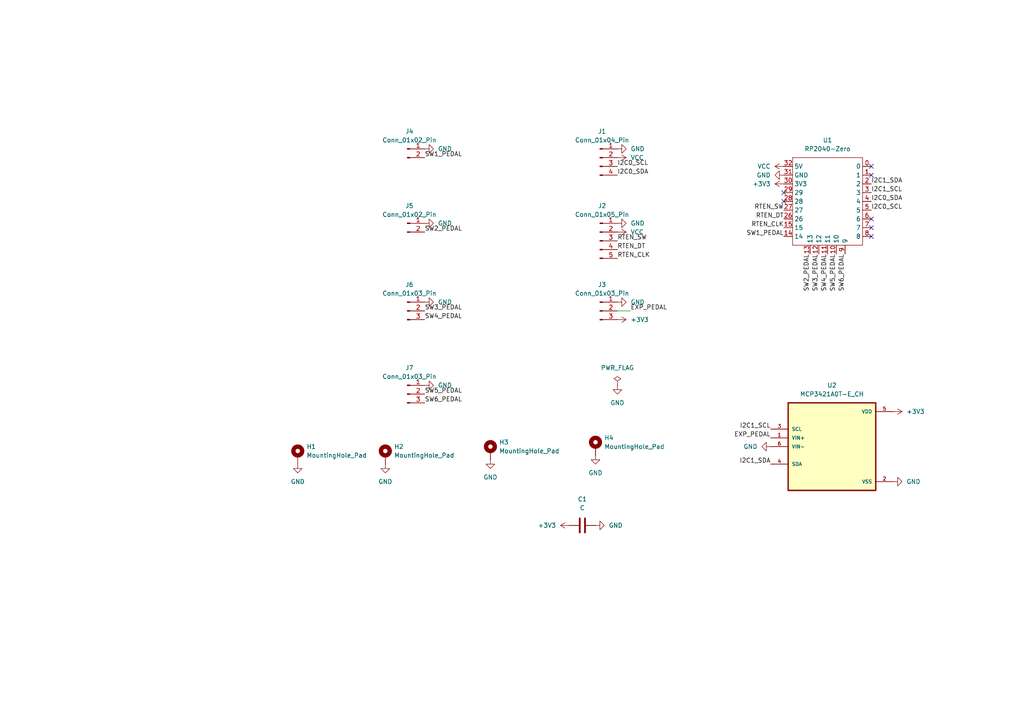
<source format=kicad_sch>
(kicad_sch (version 20231120) (generator "eeschema") (generator_version "8.0")
  (paper "A4")
  (lib_symbols
    (symbol "Connector:Conn_01x02_Pin" (pin_names (offset 1.016) hide)
      (property "Reference" "J" (at 0 2.54 0))
      (property "Value" "Conn_01x02_Pin" (at 0 -5.08 0))
      (symbol "Conn_01x02_Pin_1_1"
        (polyline (pts (xy 1.27 -2.54) (xy 0.8636 -2.54)) (stroke (width 0.1524)))
        (polyline (pts (xy 1.27 0) (xy 0.8636 0)) (stroke (width 0.1524)))
        (rectangle (start 0.8636 -2.413) (end 0 -2.667) (stroke (width 0.1524)) (fill (type outline)))
        (rectangle (start 0.8636 0.127) (end 0 -0.127) (stroke (width 0.1524)) (fill (type outline)))
        (pin passive line (at 5.08 0 180) (length 3.81) (name "Pin_1") (number "1"))
        (pin passive line (at 5.08 -2.54 180) (length 3.81) (name "Pin_2") (number "2"))
      )
    )
    (symbol "Connector:Conn_01x03_Pin" (pin_names (offset 1.016) hide)
      (property "Reference" "J" (at 0 5.08 0))
      (property "Value" "Conn_01x03_Pin" (at 0 -5.08 0))
      (symbol "Conn_01x03_Pin_1_1"
        (polyline (pts (xy 1.27 -2.54) (xy 0.8636 -2.54)) (stroke (width 0.1524)))
        (polyline (pts (xy 1.27 0) (xy 0.8636 0)) (stroke (width 0.1524)))
        (polyline (pts (xy 1.27 2.54) (xy 0.8636 2.54)) (stroke (width 0.1524)))
        (rectangle (start 0.8636 -2.413) (end 0 -2.667) (stroke (width 0.1524)) (fill (type outline)))
        (rectangle (start 0.8636 0.127) (end 0 -0.127) (stroke (width 0.1524)) (fill (type outline)))
        (rectangle (start 0.8636 2.667) (end 0 2.413) (stroke (width 0.1524)) (fill (type outline)))
        (pin passive line (at 5.08 2.54 180) (length 3.81) (name "Pin_1") (number "1"))
        (pin passive line (at 5.08 0 180) (length 3.81) (name "Pin_2") (number "2"))
        (pin passive line (at 5.08 -2.54 180) (length 3.81) (name "Pin_3") (number "3"))
      )
    )
    (symbol "Connector:Conn_01x04_Pin" (pin_names (offset 1.016) hide)
      (property "Reference" "J" (at 0 5.08 0))
      (property "Value" "Conn_01x04_Pin" (at 0 -7.62 0))
      (symbol "Conn_01x04_Pin_1_1"
        (polyline (pts (xy 1.27 -5.08) (xy 0.8636 -5.08)) (stroke (width 0.1524)))
        (polyline (pts (xy 1.27 -2.54) (xy 0.8636 -2.54)) (stroke (width 0.1524)))
        (polyline (pts (xy 1.27 0) (xy 0.8636 0)) (stroke (width 0.1524)))
        (polyline (pts (xy 1.27 2.54) (xy 0.8636 2.54)) (stroke (width 0.1524)))
        (rectangle (start 0.8636 -4.953) (end 0 -5.207) (stroke (width 0.1524)) (fill (type outline)))
        (rectangle (start 0.8636 -2.413) (end 0 -2.667) (stroke (width 0.1524)) (fill (type outline)))
        (rectangle (start 0.8636 0.127) (end 0 -0.127) (stroke (width 0.1524)) (fill (type outline)))
        (rectangle (start 0.8636 2.667) (end 0 2.413) (stroke (width 0.1524)) (fill (type outline)))
        (pin passive line (at 5.08 2.54 180) (length 3.81) (name "Pin_1") (number "1"))
        (pin passive line (at 5.08 0 180) (length 3.81) (name "Pin_2") (number "2"))
        (pin passive line (at 5.08 -2.54 180) (length 3.81) (name "Pin_3") (number "3"))
        (pin passive line (at 5.08 -5.08 180) (length 3.81) (name "Pin_4") (number "4"))
      )
    )
    (symbol "Connector:Conn_01x05_Pin" (pin_names (offset 1.016) hide)
      (property "Reference" "J" (at 0 7.62 0))
      (property "Value" "Conn_01x05_Pin" (at 0 -7.62 0))
      (symbol "Conn_01x05_Pin_1_1"
        (polyline (pts (xy 1.27 -5.08) (xy 0.8636 -5.08)) (stroke (width 0.1524)))
        (polyline (pts (xy 1.27 -2.54) (xy 0.8636 -2.54)) (stroke (width 0.1524)))
        (polyline (pts (xy 1.27 0) (xy 0.8636 0)) (stroke (width 0.1524)))
        (polyline (pts (xy 1.27 2.54) (xy 0.8636 2.54)) (stroke (width 0.1524)))
        (polyline (pts (xy 1.27 5.08) (xy 0.8636 5.08)) (stroke (width 0.1524)))
        (rectangle (start 0.8636 -4.953) (end 0 -5.207) (stroke (width 0.1524)) (fill (type outline)))
        (rectangle (start 0.8636 -2.413) (end 0 -2.667) (stroke (width 0.1524)) (fill (type outline)))
        (rectangle (start 0.8636 0.127) (end 0 -0.127) (stroke (width 0.1524)) (fill (type outline)))
        (rectangle (start 0.8636 2.667) (end 0 2.413) (stroke (width 0.1524)) (fill (type outline)))
        (rectangle (start 0.8636 5.207) (end 0 4.953) (stroke (width 0.1524)) (fill (type outline)))
        (pin passive line (at 5.08 5.08 180) (length 3.81) (name "Pin_1") (number "1"))
        (pin passive line (at 5.08 2.54 180) (length 3.81) (name "Pin_2") (number "2"))
        (pin passive line (at 5.08 0 180) (length 3.81) (name "Pin_3") (number "3"))
        (pin passive line (at 5.08 -2.54 180) (length 3.81) (name "Pin_4") (number "4"))
        (pin passive line (at 5.08 -5.08 180) (length 3.81) (name "Pin_5") (number "5"))
      )
    )
    (symbol "Device:C" (pin_numbers hide) (pin_names (offset 0.254))
      (property "Reference" "C" (at 0.635 2.54 0))
      (property "Value" "C" (at 0.635 -2.54 0))
      (symbol "C_0_1"
        (polyline (pts (xy -2.032 -0.762) (xy 2.032 -0.762)) (stroke (width 0.508)))
        (polyline (pts (xy -2.032 0.762) (xy 2.032 0.762)) (stroke (width 0.508)))
      )
      (symbol "C_1_1"
        (pin passive line (at 0 3.81 270) (length 2.794) (name "~") (number "1"))
        (pin passive line (at 0 -3.81 90) (length 2.794) (name "~") (number "2"))
      )
    )
    (symbol "MCP3421A0T-E_CH:MCP3421A0T-E_CH" (pin_names (offset 1.016))
      (property "Reference" "U" (at -12.7 13.7 0))
      (property "Value" "MCP3421A0T-E_CH" (at -12.7 -16.7 0))
      (symbol "MCP3421A0T-E_CH_0_0"
        (rectangle (start -12.7 -12.7) (end 12.7 12.7) (stroke (width 0.41)) (fill (type background)))
        (pin input line (at -17.78 2.54 0) (length 5.08) (name "VIN+") (number "1"))
        (pin power_in line (at 17.78 -10.16 180) (length 5.08) (name "VSS") (number "2"))
        (pin input line (at -17.78 5.08 0) (length 5.08) (name "SCL") (number "3"))
        (pin bidirectional line (at -17.78 -5.08 0) (length 5.08) (name "SDA") (number "4"))
        (pin power_in line (at 17.78 10.16 180) (length 5.08) (name "VDD") (number "5"))
        (pin input line (at -17.78 0 0) (length 5.08) (name "VIN-") (number "6"))
      )
    )
    (symbol "Mechanical:MountingHole_Pad" (pin_numbers hide) (pin_names (offset 1.016) hide) (exclude_from_sim yes) (in_bom no)
      (property "Reference" "H" (at 0 6.35 0))
      (property "Value" "MountingHole_Pad" (at 0 4.445 0))
      (symbol "MountingHole_Pad_0_1"
        (circle (center 0 1.27) (radius 1.27) (stroke (width 1.27)))
      )
      (symbol "MountingHole_Pad_1_1"
        (pin input line (at 0 -2.54 90) (length 2.54) (name "1") (number "1"))
      )
    )
    (symbol "isw-mcu:RP2040-Zero"
      (property "Reference" "U" (at 0 17.78 0))
      (property "Value" "RP2040-Zero" (at 0 15.24 0))
      (symbol "RP2040-Zero_0_1"
        (rectangle (start -10.16 12.7) (end 10.16 -12.7))
      )
      (symbol "RP2040-Zero_1_1"
        (pin tri_state line (at 12.7 10.16 180) (length 2.54) (name "0") (number "0"))
        (pin bidirectional line (at 12.7 7.62 180) (length 2.54) (name "1") (number "1"))
        (pin bidirectional line (at 2.54 -15.24 90) (length 2.54) (name "10") (number "10"))
        (pin bidirectional line (at 0 -15.24 90) (length 2.54) (name "11") (number "11"))
        (pin bidirectional line (at -2.54 -15.24 90) (length 2.54) (name "12") (number "12"))
        (pin bidirectional line (at -5.08 -15.24 90) (length 2.54) (name "13") (number "13"))
        (pin bidirectional line (at -12.7 -10.16 0) (length 2.54) (name "14") (number "14"))
        (pin bidirectional line (at -12.7 -7.62 0) (length 2.54) (name "15") (number "15"))
        (pin bidirectional line (at 12.7 5.08 180) (length 2.54) (name "2") (number "2"))
        (pin bidirectional line (at -12.7 -5.08 0) (length 2.54) (name "26") (number "26"))
        (pin bidirectional line (at -12.7 -2.54 0) (length 2.54) (name "27") (number "27"))
        (pin bidirectional line (at -12.7 0 0) (length 2.54) (name "28") (number "28"))
        (pin bidirectional line (at -12.7 2.54 0) (length 2.54) (name "29") (number "29"))
        (pin bidirectional line (at 12.7 2.54 180) (length 2.54) (name "3") (number "3"))
        (pin power_out line (at -12.7 5.08 0) (length 2.54) (name "3V3") (number "30"))
        (pin power_in line (at -12.7 7.62 0) (length 2.54) (name "GND") (number "31"))
        (pin power_out line (at -12.7 10.16 0) (length 2.54) (name "5V") (number "32"))
        (pin bidirectional line (at 12.7 0 180) (length 2.54) (name "4") (number "4"))
        (pin bidirectional line (at 12.7 -2.54 180) (length 2.54) (name "5") (number "5"))
        (pin bidirectional line (at 12.7 -5.08 180) (length 2.54) (name "6") (number "6"))
        (pin bidirectional line (at 12.7 -7.62 180) (length 2.54) (name "7") (number "7"))
        (pin bidirectional line (at 12.7 -10.16 180) (length 2.54) (name "8") (number "8"))
        (pin bidirectional line (at 5.08 -15.24 90) (length 2.54) (name "9") (number "9"))
      )
    )
    (symbol "power:+3V3" (power) (pin_numbers hide) (pin_names (offset 0) hide)
      (property "Value" "+3V3" (at 0 3.556 0))
      (symbol "+3V3_0_1"
        (polyline (pts (xy -0.762 1.27) (xy 0 2.54)))
        (polyline (pts (xy 0 0) (xy 0 2.54)))
        (polyline (pts (xy 0 2.54) (xy 0.762 1.27)))
      )
      (symbol "+3V3_1_1"
        (pin power_in line (at 0 0 90) (length 0) (name "~") (number "1"))
      )
    )
    (symbol "power:GND" (power) (pin_numbers hide) (pin_names (offset 0) hide)
      (property "Value" "GND" (at 0 -3.81 0))
      (symbol "GND_0_1"
        (polyline (pts (xy 0 0) (xy 0 -1.27) (xy 1.27 -1.27) (xy 0 -2.54) (xy -1.27 -1.27) (xy 0 -1.27)))
      )
      (symbol "GND_1_1"
        (pin power_in line (at 0 0 270) (length 0) (name "~") (number "1"))
      )
    )
    (symbol "power:PWR_FLAG" (power) (pin_numbers hide) (pin_names (offset 0) hide)
      (property "Value" "PWR_FLAG" (at 0 3.81 0))
      (symbol "PWR_FLAG_0_0"
        (pin power_out line (at 0 0 90) (length 0) (name "~") (number "1"))
      )
      (symbol "PWR_FLAG_0_1"
        (polyline (pts (xy 0 0) (xy 0 1.27) (xy -1.016 1.905) (xy 0 2.54) (xy 1.016 1.905) (xy 0 1.27)))
      )
    )
    (symbol "power:VCC" (power) (pin_numbers hide) (pin_names (offset 0) hide)
      (property "Value" "VCC" (at 0 3.556 0))
      (symbol "VCC_0_1"
        (polyline (pts (xy -0.762 1.27) (xy 0 2.54)))
        (polyline (pts (xy 0 0) (xy 0 2.54)))
        (polyline (pts (xy 0 2.54) (xy 0.762 1.27)))
      )
      (symbol "VCC_1_1"
        (pin power_in line (at 0 0 90) (length 0) (name "~") (number "1"))
      )
    )
  )
  (no_connect (at 227.33 58.42))
  (no_connect (at 252.73 48.26))
  (no_connect (at 252.73 50.8))
  (no_connect (at 227.33 55.88))
  (no_connect (at 252.73 66.04))
  (no_connect (at 252.73 68.58))
  (no_connect (at 252.73 63.5))
  (wire (pts (xy 179.07 90.17) (xy 182.88 90.17)))
  (label "I2C0_SCL" (at 179.07 48.26 0))
  (label "I2C1_SCL" (at 223.52 124.46 180))
  (label "SW2_PEDAL" (at 123.19 67.31 0))
  (label "RTEN_SW" (at 179.07 69.85 0))
  (label "I2C0_SDA" (at 179.07 50.8 0))
  (label "RTEN_CLK" (at 227.33 66.04 180))
  (label "RTEN_DT" (at 179.07 72.39 0))
  (label "SW3_PEDAL" (at 237.49 73.66 270))
  (label "SW2_PEDAL" (at 234.95 73.66 270))
  (label "SW1_PEDAL" (at 123.19 45.72 0))
  (label "SW6_PEDAL" (at 245.11 73.66 270))
  (label "SW4_PEDAL" (at 123.19 92.71 0))
  (label "RTEN_SW" (at 227.33 60.96 180))
  (label "EXP_PEDAL" (at 182.88 90.17 0))
  (label "SW1_PEDAL" (at 227.33 68.58 180))
  (label "I2C0_SCL" (at 252.73 60.96 0))
  (label "EXP_PEDAL" (at 223.52 127 180))
  (label "I2C1_SDA" (at 252.73 53.34 0))
  (label "I2C1_SDA" (at 223.52 134.62 180))
  (label "SW6_PEDAL" (at 123.19 116.84 0))
  (label "SW3_PEDAL" (at 123.19 90.17 0))
  (label "SW5_PEDAL" (at 242.57 73.66 270))
  (label "RTEN_DT" (at 227.33 63.5 180))
  (label "RTEN_CLK" (at 179.07 74.93 0))
  (label "SW4_PEDAL" (at 240.03 73.66 270))
  (label "I2C1_SCL" (at 252.73 55.88 0))
  (label "I2C0_SDA" (at 252.73 58.42 0))
  (label "SW5_PEDAL" (at 123.19 114.3 0))
  (symbol (lib_id "power:GND") (at 259.08 139.7 90) (unit 1)
    (property "Reference" "#PWR011" (effects (hide yes)))
    (property "Value" "GND" (at 262.89 139.6999 90) (effects (justify right)))
    (property "Description" "Power symbol creates a global label with name \"GND\" , ground" (effects (hide yes)))
  )
  (symbol (lib_id "power:GND") (at 123.19 43.18 90) (unit 1)
    (property "Reference" "#PWR012" (effects (hide yes)))
    (property "Value" "GND" (at 127 43.1799 90) (effects (justify right)))
    (property "Description" "Power symbol creates a global label with name \"GND\" , ground" (effects (hide yes)))
  )
  (symbol (lib_id "Connector:Conn_01x02_Pin") (at 118.11 64.77 0) (unit 1)
    (property "Reference" "J5" (at 118.745 59.69 0))
    (property "Value" "Conn_01x02_Pin" (at 118.745 62.23 0))
    (property "Footprint" "Connector_PinHeader_2.54mm:PinHeader_1x02_P2.54mm_Vertical" (effects (hide yes)))
    (property "Description" "Generic connector, single row, 01x02, script generated" (effects (hide yes)))
  )
  (symbol (lib_id "power:VCC") (at 179.07 45.72 270) (unit 1)
    (property "Reference" "#PWR017" (effects (hide yes)))
    (property "Value" "VCC" (at 182.88 45.7201 90) (effects (justify left)))
    (property "Description" "Power symbol creates a global label with name \"VCC\"" (effects (hide yes)))
  )
  (symbol (lib_id "MCP3421A0T-E_CH:MCP3421A0T-E_CH") (at 241.3 129.54 0) (unit 1)
    (property "Reference" "U2" (at 241.3 111.76 0))
    (property "Value" "MCP3421A0T-E_CH" (at 241.3 114.3 0))
    (property "Footprint" "Package_TO_SOT_SMD:SOT-23-6_Handsoldering" (effects (hide yes)))
    (property "MF" "Microchip" (effects (hide yes)))
    (property "Description_1" "\nMicrochip 18 bit Serial ADC Differential Input 6-Pin SOT-23 | Microchip Technology Inc. MCP3421A0T-E/CH\n" (effects (hide yes)))
    (property "Package" "SOT-23-6 Microchip" (effects (hide yes)))
    (property "Price" "None" (effects (hide yes)))
    (property "SnapEDA_Link" "https://www.snapeda.com/parts/MCP3421A0T-E/CH/Microchip/view-part/?ref=snap" (effects (hide yes)))
    (property "MP" "MCP3421A0T-E/CH" (effects (hide yes)))
    (property "Purchase-URL" "https://www.snapeda.com/api/url_track_click_mouser/?unipart_id=13241&manufacturer=Microchip&part_name=MCP3421A0T-E/CH&search_term=mcp3421a0t-e" (effects (hide yes)))
    (property "Availability" "In Stock" (effects (hide yes)))
    (property "Check_prices" "https://www.snapeda.com/parts/MCP3421A0T-E/CH/Microchip/view-part/?ref=eda" (effects (hide yes)))
  )
  (symbol (lib_id "power:GND") (at 179.07 43.18 90) (unit 1)
    (property "Reference" "#PWR016" (effects (hide yes)))
    (property "Value" "GND" (at 182.88 43.1801 90) (effects (justify right)))
    (property "Description" "Power symbol creates a global label with name \"GND\" , ground" (effects (hide yes)))
  )
  (symbol (lib_id "Mechanical:MountingHole_Pad") (at 172.72 129.54 0) (unit 1) (exclude_from_sim yes) (in_bom no)
    (property "Reference" "H4" (at 175.26 126.9999 0) (effects (justify left)))
    (property "Value" "MountingHole_Pad" (at 175.26 129.5399 0) (effects (justify left)))
    (property "Footprint" "MountingHole:MountingHole_3.2mm_M3_Pad_Via" (effects (hide yes)))
    (property "Description" "Mounting Hole with connection" (effects (hide yes)))
  )
  (symbol (lib_id "Connector:Conn_01x03_Pin") (at 173.99 90.17 0) (unit 1)
    (property "Reference" "J3" (at 174.625 82.55 0))
    (property "Value" "Conn_01x03_Pin" (at 174.625 85.09 0))
    (property "Footprint" "Connector_PinHeader_2.54mm:PinHeader_1x03_P2.54mm_Vertical" (effects (hide yes)))
    (property "Description" "Generic connector, single row, 01x03, script generated" (effects (hide yes)))
  )
  (symbol (lib_id "power:GND") (at 142.24 133.35 0) (unit 1)
    (property "Reference" "#PWR020" (effects (hide yes)))
    (property "Value" "GND" (at 142.24 138.43 0))
    (property "Description" "Power symbol creates a global label with name \"GND\" , ground" (effects (hide yes)))
  )
  (symbol (lib_id "power:GND") (at 123.19 64.77 90) (unit 1)
    (property "Reference" "#PWR013" (effects (hide yes)))
    (property "Value" "GND" (at 127 64.7699 90) (effects (justify right)))
    (property "Description" "Power symbol creates a global label with name \"GND\" , ground" (effects (hide yes)))
  )
  (symbol (lib_id "power:GND") (at 123.19 111.76 90) (unit 1)
    (property "Reference" "#PWR015" (effects (hide yes)))
    (property "Value" "GND" (at 127 111.7599 90) (effects (justify right)))
    (property "Description" "Power symbol creates a global label with name \"GND\" , ground" (effects (hide yes)))
  )
  (symbol (lib_id "power:+3V3") (at 227.33 53.34 90) (unit 1)
    (property "Reference" "#PWR05" (effects (hide yes)))
    (property "Value" "+3V3" (at 223.52 53.3399 90) (effects (justify left)))
    (property "Description" "Power symbol creates a global label with name \"+3V3\"" (effects (hide yes)))
  )
  (symbol (lib_id "power:GND") (at 111.76 134.62 0) (unit 1)
    (property "Reference" "#PWR019" (effects (hide yes)))
    (property "Value" "GND" (at 111.76 139.7 0))
    (property "Description" "Power symbol creates a global label with name \"GND\" , ground" (effects (hide yes)))
  )
  (symbol (lib_id "Connector:Conn_01x05_Pin") (at 173.99 69.85 0) (unit 1)
    (property "Reference" "J2" (at 174.625 59.69 0))
    (property "Value" "Conn_01x05_Pin" (at 174.625 62.23 0))
    (property "Footprint" "Connector_PinHeader_2.54mm:PinHeader_1x05_P2.54mm_Vertical" (effects (hide yes)))
    (property "Description" "Generic connector, single row, 01x05, script generated" (effects (hide yes)))
  )
  (symbol (lib_id "power:GND") (at 179.07 87.63 90) (unit 1)
    (property "Reference" "#PWR09" (effects (hide yes)))
    (property "Value" "GND" (at 182.88 87.6299 90) (effects (justify right)))
    (property "Description" "Power symbol creates a global label with name \"GND\" , ground" (effects (hide yes)))
  )
  (symbol (lib_id "power:GND") (at 86.36 134.62 0) (unit 1)
    (property "Reference" "#PWR018" (effects (hide yes)))
    (property "Value" "GND" (at 86.36 139.7 0))
    (property "Description" "Power symbol creates a global label with name \"GND\" , ground" (effects (hide yes)))
  )
  (symbol (lib_id "power:+3V3") (at 179.07 92.71 270) (unit 1)
    (property "Reference" "#PWR010" (effects (hide yes)))
    (property "Value" "+3V3" (at 182.88 92.7099 90) (effects (justify left)))
    (property "Description" "Power symbol creates a global label with name \"+3V3\"" (effects (hide yes)))
  )
  (symbol (lib_id "Mechanical:MountingHole_Pad") (at 111.76 132.08 0) (unit 1) (exclude_from_sim yes) (in_bom no)
    (property "Reference" "H2" (at 114.3 129.5399 0) (effects (justify left)))
    (property "Value" "MountingHole_Pad" (at 114.3 132.0799 0) (effects (justify left)))
    (property "Footprint" "MountingHole:MountingHole_3.2mm_M3_Pad_Via" (effects (hide yes)))
    (property "Description" "Mounting Hole with connection" (effects (hide yes)))
  )
  (symbol (lib_id "power:GND") (at 223.52 129.54 270) (unit 1)
    (property "Reference" "#PWR04" (effects (hide yes)))
    (property "Value" "GND" (at 219.71 129.5399 90) (effects (justify right)))
    (property "Description" "Power symbol creates a global label with name \"GND\" , ground" (effects (hide yes)))
  )
  (symbol (lib_id "Connector:Conn_01x03_Pin") (at 118.11 114.3 0) (unit 1)
    (property "Reference" "J7" (at 118.745 106.68 0))
    (property "Value" "Conn_01x03_Pin" (at 118.745 109.22 0))
    (property "Footprint" "Connector_PinHeader_2.54mm:PinHeader_1x03_P2.54mm_Vertical" (effects (hide yes)))
    (property "Description" "Generic connector, single row, 01x03, script generated" (effects (hide yes)))
  )
  (symbol (lib_id "Connector:Conn_01x03_Pin") (at 118.11 90.17 0) (unit 1)
    (property "Reference" "J6" (at 118.745 82.55 0))
    (property "Value" "Conn_01x03_Pin" (at 118.745 85.09 0))
    (property "Footprint" "Connector_PinHeader_2.54mm:PinHeader_1x03_P2.54mm_Vertical" (effects (hide yes)))
    (property "Description" "Generic connector, single row, 01x03, script generated" (effects (hide yes)))
  )
  (symbol (lib_id "power:GND") (at 179.07 64.77 90) (unit 1)
    (property "Reference" "#PWR07" (effects (hide yes)))
    (property "Value" "GND" (at 182.88 64.7701 90) (effects (justify right)))
    (property "Description" "Power symbol creates a global label with name \"GND\" , ground" (effects (hide yes)))
  )
  (symbol (lib_id "power:PWR_FLAG") (at 179.07 111.76 0) (unit 1)
    (property "Reference" "#FLG02" (effects (hide yes)))
    (property "Value" "PWR_FLAG" (at 179.07 106.68 0))
    (property "Description" "Special symbol for telling ERC where power comes from" (effects (hide yes)))
  )
  (symbol (lib_id "Device:C") (at 168.91 152.4 90) (unit 1)
    (property "Reference" "C1" (at 168.91 144.78 90))
    (property "Value" "C" (at 168.91 147.32 90))
    (property "Footprint" "Capacitor_SMD:C_0805_2012Metric" (effects (hide yes)))
    (property "Description" "Unpolarized capacitor" (effects (hide yes)))
  )
  (symbol (lib_id "power:VCC") (at 227.33 48.26 90) (unit 1)
    (property "Reference" "#PWR02" (effects (hide yes)))
    (property "Value" "VCC" (at 223.52 48.2599 90) (effects (justify left)))
    (property "Description" "Power symbol creates a global label with name \"VCC\"" (effects (hide yes)))
  )
  (symbol (lib_id "power:+3V3") (at 259.08 119.38 270) (unit 1)
    (property "Reference" "#PWR03" (effects (hide yes)))
    (property "Value" "+3V3" (at 262.89 119.3799 90) (effects (justify left)))
    (property "Description" "Power symbol creates a global label with name \"+3V3\"" (effects (hide yes)))
  )
  (symbol (lib_id "Connector:Conn_01x04_Pin") (at 173.99 45.72 0) (unit 1)
    (property "Reference" "J1" (at 174.625 38.1 0))
    (property "Value" "Conn_01x04_Pin" (at 174.625 40.64 0))
    (property "Footprint" "Connector_PinHeader_2.54mm:PinHeader_1x04_P2.54mm_Vertical" (effects (hide yes)))
    (property "Description" "Generic connector, single row, 01x04, script generated" (effects (hide yes)))
  )
  (symbol (lib_id "power:GND") (at 227.33 50.8 270) (unit 1)
    (property "Reference" "#PWR01" (effects (hide yes)))
    (property "Value" "GND" (at 223.52 50.7999 90) (effects (justify right)))
    (property "Description" "Power symbol creates a global label with name \"GND\" , ground" (effects (hide yes)))
  )
  (symbol (lib_id "power:GND") (at 179.07 111.76 0) (unit 1)
    (property "Reference" "#PWR06" (effects (hide yes)))
    (property "Value" "GND" (at 179.07 116.84 0))
    (property "Description" "Power symbol creates a global label with name \"GND\" , ground" (effects (hide yes)))
  )
  (symbol (lib_id "power:GND") (at 172.72 152.4 90) (unit 1)
    (property "Reference" "#PWR023" (effects (hide yes)))
    (property "Value" "GND" (at 176.53 152.3999 90) (effects (justify right)))
    (property "Description" "Power symbol creates a global label with name \"GND\" , ground" (effects (hide yes)))
  )
  (symbol (lib_id "isw-mcu:RP2040-Zero") (at 240.03 58.42 0) (unit 1)
    (property "Reference" "U1" (at 240.03 40.64 0))
    (property "Value" "RP2040-Zero" (at 240.03 43.18 0))
    (property "Footprint" "isw-kbd:RP2040-Zero-SMD" (effects (hide yes)))
  )
  (symbol (lib_id "Connector:Conn_01x02_Pin") (at 118.11 43.18 0) (unit 1)
    (property "Reference" "J4" (at 118.745 38.1 0))
    (property "Value" "Conn_01x02_Pin" (at 118.745 40.64 0))
    (property "Footprint" "Connector_PinHeader_2.54mm:PinHeader_1x02_P2.54mm_Vertical" (effects (hide yes)))
    (property "Description" "Generic connector, single row, 01x02, script generated" (effects (hide yes)))
  )
  (symbol (lib_id "Mechanical:MountingHole_Pad") (at 142.24 130.81 0) (unit 1) (exclude_from_sim yes) (in_bom no)
    (property "Reference" "H3" (at 144.78 128.2699 0) (effects (justify left)))
    (property "Value" "MountingHole_Pad" (at 144.78 130.8099 0) (effects (justify left)))
    (property "Footprint" "MountingHole:MountingHole_3.2mm_M3_Pad_Via" (effects (hide yes)))
    (property "Description" "Mounting Hole with connection" (effects (hide yes)))
  )
  (symbol (lib_id "power:GND") (at 172.72 132.08 0) (unit 1)
    (property "Reference" "#PWR021" (effects (hide yes)))
    (property "Value" "GND" (at 172.72 137.16 0))
    (property "Description" "Power symbol creates a global label with name \"GND\" , ground" (effects (hide yes)))
  )
  (symbol (lib_id "power:+3V3") (at 165.1 152.4 90) (unit 1)
    (property "Reference" "#PWR022" (effects (hide yes)))
    (property "Value" "+3V3" (at 161.29 152.3999 90) (effects (justify left)))
    (property "Description" "Power symbol creates a global label with name \"+3V3\"" (effects (hide yes)))
  )
  (symbol (lib_id "power:GND") (at 123.19 87.63 90) (unit 1)
    (property "Reference" "#PWR014" (effects (hide yes)))
    (property "Value" "GND" (at 127 87.6299 90) (effects (justify right)))
    (property "Description" "Power symbol creates a global label with name \"GND\" , ground" (effects (hide yes)))
  )
  (symbol (lib_id "Mechanical:MountingHole_Pad") (at 86.36 132.08 0) (unit 1) (exclude_from_sim yes) (in_bom no)
    (property "Reference" "H1" (at 88.9 129.5399 0) (effects (justify left)))
    (property "Value" "MountingHole_Pad" (at 88.9 132.0799 0) (effects (justify left)))
    (property "Footprint" "MountingHole:MountingHole_3.2mm_M3_Pad_Via" (effects (hide yes)))
    (property "Description" "Mounting Hole with connection" (effects (hide yes)))
  )
  (symbol (lib_id "power:VCC") (at 179.07 67.31 270) (unit 1)
    (property "Reference" "#PWR08" (effects (hide yes)))
    (property "Value" "VCC" (at 182.88 67.3101 90) (effects (justify left)))
    (property "Description" "Power symbol creates a global label with name \"VCC\"" (effects (hide yes)))
  )
)
</source>
